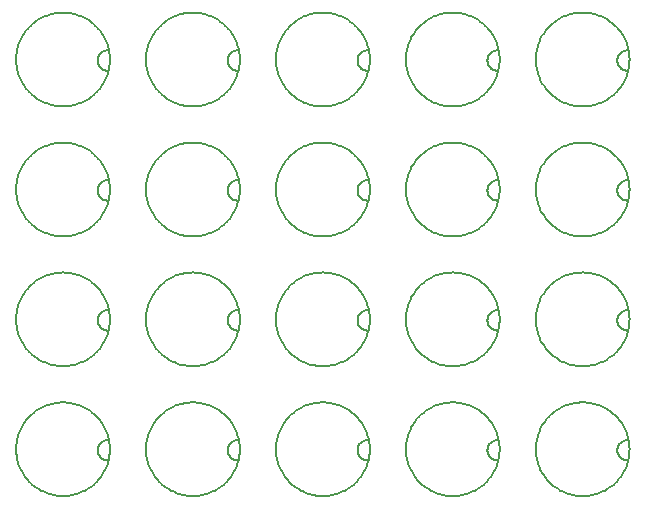
<source format=gbr>
G04 EasyPC Gerber Version 20.0.2 Build 4112 *
%FSLAX35Y35*%
%MOIN*%
%ADD15C,0.00500*%
X0Y0D02*
D02*
D15*
X30865Y18994D02*
X30539Y18978D01*
X30215Y18932*
X29897Y18855*
X29588Y18748*
X29291Y18612*
X29008Y18448*
X28742Y18259*
X28494Y18044*
X28269Y17808*
X28067Y17551*
X27890Y17276*
X27741Y16985*
X27619Y16681*
X27527Y16368*
X27465Y16047*
X27434Y15721*
Y15394*
X27465Y15069*
X27527Y14748*
X27619Y14434*
X27741Y14131*
X27890Y13840*
X28067Y13565*
X28269Y13308*
X28494Y13071*
X28742Y12857*
X29008Y12667*
X29291Y12504*
X29588Y12368*
X29897Y12261*
X30215Y12184*
X30539Y12137*
X30865Y12121*
Y62301D02*
X30539Y62285D01*
X30215Y62239*
X29897Y62162*
X29588Y62055*
X29291Y61919*
X29008Y61756*
X28742Y61566*
X28494Y61352*
X28269Y61115*
X28067Y60858*
X27890Y60583*
X27741Y60292*
X27619Y59989*
X27527Y59675*
X27465Y59354*
X27434Y59028*
Y58702*
X27465Y58376*
X27527Y58055*
X27619Y57741*
X27741Y57438*
X27890Y57147*
X28067Y56872*
X28269Y56615*
X28494Y56378*
X28742Y56164*
X29008Y55974*
X29291Y55811*
X29588Y55675*
X29897Y55568*
X30215Y55491*
X30539Y55444*
X30865Y55428*
Y105608D02*
X30539Y105593D01*
X30215Y105546*
X29897Y105469*
X29588Y105362*
X29291Y105226*
X29008Y105063*
X28742Y104873*
X28494Y104659*
X28269Y104422*
X28067Y104165*
X27890Y103890*
X27741Y103599*
X27619Y103296*
X27527Y102982*
X27465Y102661*
X27434Y102335*
Y102009*
X27465Y101683*
X27527Y101362*
X27619Y101048*
X27741Y100745*
X27890Y100454*
X28067Y100179*
X28269Y99922*
X28494Y99685*
X28742Y99471*
X29008Y99281*
X29291Y99118*
X29588Y98982*
X29897Y98875*
X30215Y98798*
X30539Y98752*
X30865Y98735*
Y148915D02*
X30539Y148900D01*
X30215Y148853*
X29897Y148776*
X29588Y148669*
X29291Y148533*
X29008Y148370*
X28742Y148180*
X28494Y147966*
X28269Y147729*
X28067Y147472*
X27890Y147197*
X27741Y146906*
X27619Y146603*
X27527Y146289*
X27465Y145968*
X27434Y145643*
Y145316*
X27465Y144990*
X27527Y144669*
X27619Y144356*
X27741Y144052*
X27890Y143761*
X28067Y143486*
X28269Y143229*
X28494Y142993*
X28742Y142778*
X29008Y142589*
X29291Y142425*
X29588Y142289*
X29897Y142182*
X30215Y142105*
X30539Y142059*
X30865Y142043*
X31490Y15870D02*
X31474Y15169D01*
X31427Y14470*
X31349Y13774*
X31239Y13081*
X31099Y12395*
X30928Y11715*
X30726Y11044*
X30494Y10383*
X30233Y9732*
X29944Y9094*
X29626Y8470*
X29280Y7860*
X28907Y7267*
X28508Y6691*
X28083Y6133*
X27634Y5595*
X27161Y5078*
X26666Y4582*
X26149Y4109*
X25611Y3660*
X25054Y3235*
X24478Y2836*
X23884Y2463*
X23275Y2117*
X22650Y1799*
X22012Y1509*
X21362Y1248*
X20700Y1016*
X20029Y815*
X19350Y643*
X18663Y502*
X17971Y393*
X17274Y314*
X16575Y267*
X15874Y251*
X15174Y266*
X14474Y313*
X13778Y391*
X13086Y501*
X12399Y641*
X11720Y812*
X11048Y1013*
X10387Y1244*
X9737Y1505*
X9098Y1795*
X8474Y2113*
X7864Y2459*
X7270Y2831*
X6694Y3230*
X6136Y3654*
X5598Y4103*
X5081Y4576*
X4585Y5071*
X4112Y5588*
X3663Y6126*
X3238Y6683*
X2839Y7259*
X2465Y7852*
X2119Y8462*
X1801Y9086*
X1511Y9724*
X1249Y10374*
X1017Y11036*
X815Y11707*
X644Y12387*
X503Y13073*
X393Y13765*
X314Y14462*
X267Y15161*
X250Y15870*
X266Y16571*
X313Y17270*
X391Y17967*
X501Y18659*
X641Y19345*
X813Y20025*
X1014Y20696*
X1246Y21357*
X1507Y22008*
X1796Y22646*
X2115Y23270*
X2460Y23880*
X2833Y24473*
X3232Y25049*
X3657Y25607*
X4106Y26145*
X4579Y26662*
X5074Y27158*
X5591Y27631*
X6129Y28080*
X6687Y28505*
X7263Y28904*
X7856Y29277*
X8465Y29623*
X9090Y29941*
X9728Y30231*
X10378Y30493*
X11040Y30724*
X11711Y30926*
X12391Y31097*
X13077Y31238*
X13769Y31348*
X14466Y31426*
X15165Y31474*
X15866Y31489*
X16567Y31474*
X17266Y31427*
X17962Y31349*
X18654Y31239*
X19341Y31099*
X20020Y30928*
X20692Y30727*
X21353Y30496*
X22004Y30235*
X22642Y29945*
X23266Y29627*
X23876Y29281*
X24470Y28909*
X25046Y28510*
X25604Y28086*
X26142Y27637*
X26659Y27165*
X27155Y26669*
X27628Y26152*
X28078Y25615*
X28502Y25057*
X28902Y24481*
X29275Y23888*
X29621Y23278*
X29939Y22654*
X30230Y22016*
X30491Y21366*
X30723Y20704*
X30925Y20033*
X31096Y19354*
X31237Y18667*
X31347Y17975*
X31426Y17278*
X31474Y16579*
X31490Y15870*
Y59177D02*
X31474Y58476D01*
X31427Y57777*
X31349Y57081*
X31239Y56389*
X31099Y55702*
X30928Y55022*
X30726Y54351*
X30494Y53690*
X30233Y53039*
X29944Y52401*
X29626Y51777*
X29280Y51167*
X28907Y50574*
X28508Y49998*
X28083Y49441*
X27634Y48902*
X27161Y48385*
X26666Y47889*
X26149Y47417*
X25611Y46967*
X25054Y46543*
X24478Y46143*
X23884Y45770*
X23275Y45424*
X22650Y45106*
X22012Y44816*
X21362Y44555*
X20700Y44323*
X20029Y44122*
X19350Y43950*
X18663Y43809*
X17971Y43700*
X17274Y43621*
X16575Y43574*
X15874Y43558*
X15174Y43573*
X14474Y43620*
X13778Y43698*
X13086Y43808*
X12399Y43948*
X11720Y44119*
X11048Y44320*
X10387Y44552*
X9737Y44812*
X9098Y45102*
X8474Y45420*
X7864Y45766*
X7270Y46138*
X6694Y46537*
X6136Y46961*
X5598Y47410*
X5081Y47883*
X4585Y48378*
X4112Y48895*
X3663Y49433*
X3238Y49990*
X2839Y50566*
X2465Y51159*
X2119Y51769*
X1801Y52393*
X1511Y53031*
X1249Y53681*
X1017Y54343*
X815Y55014*
X644Y55694*
X503Y56380*
X393Y57072*
X314Y57769*
X267Y58468*
X250Y59177*
X266Y59878*
X313Y60577*
X391Y61274*
X501Y61966*
X641Y62652*
X813Y63332*
X1014Y64003*
X1246Y64665*
X1507Y65315*
X1796Y65953*
X2115Y66578*
X2460Y67187*
X2833Y67780*
X3232Y68356*
X3657Y68914*
X4106Y69452*
X4579Y69969*
X5074Y70465*
X5591Y70938*
X6129Y71387*
X6687Y71812*
X7263Y72211*
X7856Y72584*
X8465Y72930*
X9090Y73248*
X9728Y73539*
X10378Y73800*
X11040Y74031*
X11711Y74233*
X12391Y74404*
X13077Y74545*
X13769Y74655*
X14466Y74733*
X15165Y74781*
X15866Y74796*
X16567Y74781*
X17266Y74734*
X17962Y74656*
X18654Y74546*
X19341Y74406*
X20020Y74235*
X20692Y74034*
X21353Y73803*
X22004Y73542*
X22642Y73252*
X23266Y72934*
X23876Y72589*
X24470Y72216*
X25046Y71817*
X25604Y71393*
X26142Y70944*
X26659Y70472*
X27155Y69976*
X27628Y69459*
X28078Y68922*
X28502Y68364*
X28902Y67788*
X29275Y67195*
X29621Y66585*
X29939Y65961*
X30230Y65323*
X30491Y64673*
X30723Y64011*
X30925Y63340*
X31096Y62661*
X31237Y61974*
X31347Y61282*
X31426Y60585*
X31474Y59886*
X31490Y59177*
Y102484D02*
X31474Y101783D01*
X31427Y101084*
X31349Y100388*
X31239Y99696*
X31099Y99009*
X30928Y98330*
X30726Y97658*
X30494Y96997*
X30233Y96346*
X29944Y95708*
X29626Y95084*
X29280Y94474*
X28907Y93881*
X28508Y93305*
X28083Y92748*
X27634Y92209*
X27161Y91692*
X26666Y91196*
X26149Y90724*
X25611Y90274*
X25054Y89850*
X24478Y89450*
X23884Y89078*
X23275Y88731*
X22650Y88413*
X22012Y88123*
X21362Y87862*
X20700Y87630*
X20029Y87429*
X19350Y87257*
X18663Y87117*
X17971Y87007*
X17274Y86928*
X16575Y86881*
X15874Y86865*
X15174Y86880*
X14474Y86927*
X13778Y87006*
X13086Y87115*
X12399Y87256*
X11720Y87426*
X11048Y87628*
X10387Y87859*
X9737Y88119*
X9098Y88409*
X8474Y88727*
X7864Y89073*
X7270Y89445*
X6694Y89844*
X6136Y90269*
X5598Y90717*
X5081Y91190*
X4585Y91685*
X4112Y92202*
X3663Y92740*
X3238Y93297*
X2839Y93873*
X2465Y94467*
X2119Y95076*
X1801Y95700*
X1511Y96338*
X1249Y96989*
X1017Y97650*
X815Y98321*
X644Y99001*
X503Y99687*
X393Y100380*
X314Y101076*
X267Y101775*
X250Y102484*
X266Y103185*
X313Y103884*
X391Y104581*
X501Y105273*
X641Y105959*
X813Y106639*
X1014Y107310*
X1246Y107972*
X1507Y108622*
X1796Y109260*
X2115Y109885*
X2460Y110494*
X2833Y111087*
X3232Y111663*
X3657Y112221*
X4106Y112759*
X4579Y113276*
X5074Y113772*
X5591Y114245*
X6129Y114694*
X6687Y115119*
X7263Y115518*
X7856Y115891*
X8465Y116237*
X9090Y116556*
X9728Y116846*
X10378Y117107*
X11040Y117338*
X11711Y117540*
X12391Y117711*
X13077Y117852*
X13769Y117962*
X14466Y118041*
X15165Y118088*
X15866Y118104*
X16567Y118088*
X17266Y118041*
X17962Y117963*
X18654Y117854*
X19341Y117713*
X20020Y117542*
X20692Y117341*
X21353Y117110*
X22004Y116849*
X22642Y116559*
X23266Y116241*
X23876Y115896*
X24470Y115523*
X25046Y115124*
X25604Y114700*
X26142Y114251*
X26659Y113779*
X27155Y113283*
X27628Y112767*
X28078Y112229*
X28502Y111671*
X28902Y111095*
X29275Y110502*
X29621Y109893*
X29939Y109268*
X30230Y108630*
X30491Y107980*
X30723Y107319*
X30925Y106647*
X31096Y105968*
X31237Y105281*
X31347Y104589*
X31426Y103893*
X31474Y103193*
X31490Y102484*
Y145791D02*
X31474Y145091D01*
X31427Y144391*
X31349Y143695*
X31239Y143003*
X31099Y142316*
X30928Y141637*
X30726Y140965*
X30494Y140304*
X30233Y139654*
X29944Y139015*
X29626Y138391*
X29280Y137781*
X28907Y137188*
X28508Y136612*
X28083Y136055*
X27634Y135517*
X27161Y134999*
X26666Y134504*
X26149Y134031*
X25611Y133581*
X25054Y133157*
X24478Y132757*
X23884Y132385*
X23275Y132039*
X22650Y131720*
X22012Y131430*
X21362Y131169*
X20700Y130937*
X20029Y130736*
X19350Y130565*
X18663Y130424*
X17971Y130314*
X17274Y130235*
X16575Y130188*
X15874Y130172*
X15174Y130187*
X14474Y130234*
X13778Y130313*
X13086Y130422*
X12399Y130563*
X11720Y130733*
X11048Y130935*
X10387Y131166*
X9737Y131426*
X9098Y131716*
X8474Y132034*
X7864Y132380*
X7270Y132752*
X6694Y133151*
X6136Y133576*
X5598Y134024*
X5081Y134497*
X4585Y134992*
X4112Y135509*
X3663Y136047*
X3238Y136604*
X2839Y137180*
X2465Y137774*
X2119Y138383*
X1801Y139007*
X1511Y139645*
X1249Y140296*
X1017Y140957*
X815Y141628*
X644Y142308*
X503Y142994*
X393Y143687*
X314Y144383*
X267Y145082*
X250Y145791*
X266Y146492*
X313Y147191*
X391Y147888*
X501Y148580*
X641Y149267*
X813Y149946*
X1014Y150617*
X1246Y151279*
X1507Y151929*
X1796Y152567*
X2115Y153192*
X2460Y153801*
X2833Y154394*
X3232Y154970*
X3657Y155528*
X4106Y156066*
X4579Y156583*
X5074Y157079*
X5591Y157552*
X6129Y158001*
X6687Y158426*
X7263Y158825*
X7856Y159198*
X8465Y159544*
X9090Y159863*
X9728Y160153*
X10378Y160414*
X11040Y160645*
X11711Y160847*
X12391Y161018*
X13077Y161159*
X13769Y161269*
X14466Y161348*
X15165Y161395*
X15866Y161411*
X16567Y161395*
X17266Y161348*
X17962Y161270*
X18654Y161161*
X19341Y161020*
X20020Y160849*
X20692Y160648*
X21353Y160417*
X22004Y160156*
X22642Y159867*
X23266Y159548*
X23876Y159203*
X24470Y158830*
X25046Y158431*
X25604Y158007*
X26142Y157558*
X26659Y157086*
X27155Y156591*
X27628Y156074*
X28078Y155536*
X28502Y154978*
X28902Y154402*
X29275Y153809*
X29621Y153200*
X29939Y152575*
X30230Y151937*
X30491Y151287*
X30723Y150626*
X30925Y149954*
X31096Y149275*
X31237Y148588*
X31347Y147896*
X31426Y147200*
X31474Y146500*
X31490Y145791*
X74172Y18994D02*
X73846Y18978D01*
X73522Y18932*
X73204Y18855*
X72895Y18748*
X72598Y18612*
X72315Y18448*
X72049Y18259*
X71802Y18044*
X71576Y17808*
X71374Y17551*
X71197Y17276*
X71048Y16985*
X70926Y16681*
X70834Y16368*
X70772Y16047*
X70741Y15721*
Y15394*
X70772Y15069*
X70834Y14748*
X70926Y14434*
X71048Y14131*
X71197Y13840*
X71374Y13565*
X71576Y13308*
X71802Y13071*
X72049Y12857*
X72315Y12667*
X72598Y12504*
X72895Y12368*
X73204Y12261*
X73522Y12184*
X73846Y12137*
X74172Y12121*
Y62301D02*
X73846Y62285D01*
X73522Y62239*
X73204Y62162*
X72895Y62055*
X72598Y61919*
X72315Y61756*
X72049Y61566*
X71802Y61352*
X71576Y61115*
X71374Y60858*
X71197Y60583*
X71048Y60292*
X70926Y59989*
X70834Y59675*
X70772Y59354*
X70741Y59028*
Y58702*
X70772Y58376*
X70834Y58055*
X70926Y57741*
X71048Y57438*
X71197Y57147*
X71374Y56872*
X71576Y56615*
X71802Y56378*
X72049Y56164*
X72315Y55974*
X72598Y55811*
X72895Y55675*
X73204Y55568*
X73522Y55491*
X73846Y55444*
X74172Y55428*
Y105608D02*
X73846Y105593D01*
X73522Y105546*
X73204Y105469*
X72895Y105362*
X72598Y105226*
X72315Y105063*
X72049Y104873*
X71802Y104659*
X71576Y104422*
X71374Y104165*
X71197Y103890*
X71048Y103599*
X70926Y103296*
X70834Y102982*
X70772Y102661*
X70741Y102335*
Y102009*
X70772Y101683*
X70834Y101362*
X70926Y101048*
X71048Y100745*
X71197Y100454*
X71374Y100179*
X71576Y99922*
X71802Y99685*
X72049Y99471*
X72315Y99281*
X72598Y99118*
X72895Y98982*
X73204Y98875*
X73522Y98798*
X73846Y98752*
X74172Y98735*
Y148915D02*
X73846Y148900D01*
X73522Y148853*
X73204Y148776*
X72895Y148669*
X72598Y148533*
X72315Y148370*
X72049Y148180*
X71802Y147966*
X71576Y147729*
X71374Y147472*
X71197Y147197*
X71048Y146906*
X70926Y146603*
X70834Y146289*
X70772Y145968*
X70741Y145643*
Y145316*
X70772Y144990*
X70834Y144669*
X70926Y144356*
X71048Y144052*
X71197Y143761*
X71374Y143486*
X71576Y143229*
X71802Y142993*
X72049Y142778*
X72315Y142589*
X72598Y142425*
X72895Y142289*
X73204Y142182*
X73522Y142105*
X73846Y142059*
X74172Y142043*
X74797Y15870D02*
X74781Y15169D01*
X74734Y14470*
X74656Y13774*
X74546Y13081*
X74406Y12395*
X74235Y11715*
X74033Y11044*
X73802Y10383*
X73541Y9732*
X73251Y9094*
X72933Y8470*
X72587Y7860*
X72214Y7267*
X71815Y6691*
X71391Y6133*
X70941Y5595*
X70469Y5078*
X69973Y4582*
X69456Y4109*
X68918Y3660*
X68361Y3235*
X67785Y2836*
X67191Y2463*
X66582Y2117*
X65957Y1799*
X65319Y1509*
X64669Y1248*
X64007Y1016*
X63336Y815*
X62657Y643*
X61970Y502*
X61278Y393*
X60581Y314*
X59882Y267*
X59181Y251*
X58481Y266*
X57781Y313*
X57085Y391*
X56393Y501*
X55706Y641*
X55027Y812*
X54356Y1013*
X53694Y1244*
X53044Y1505*
X52406Y1795*
X51781Y2113*
X51171Y2459*
X50578Y2831*
X50001Y3230*
X49443Y3654*
X48905Y4103*
X48388Y4576*
X47892Y5071*
X47419Y5588*
X46970Y6126*
X46545Y6683*
X46146Y7259*
X45772Y7852*
X45426Y8462*
X45108Y9086*
X44818Y9724*
X44556Y10374*
X44324Y11036*
X44122Y11707*
X43951Y12387*
X43810Y13073*
X43700Y13765*
X43621Y14462*
X43574Y15161*
X43557Y15870*
X43573Y16571*
X43620Y17270*
X43698Y17967*
X43808Y18659*
X43948Y19345*
X44120Y20025*
X44321Y20696*
X44553Y21357*
X44814Y22008*
X45104Y22646*
X45422Y23270*
X45767Y23880*
X46140Y24473*
X46539Y25049*
X46964Y25607*
X47413Y26145*
X47886Y26662*
X48381Y27158*
X48898Y27631*
X49436Y28080*
X49994Y28505*
X50570Y28904*
X51163Y29277*
X51772Y29623*
X52397Y29941*
X53035Y30231*
X53685Y30493*
X54347Y30724*
X55018Y30926*
X55698Y31097*
X56384Y31238*
X57076Y31348*
X57773Y31426*
X58472Y31474*
X59173Y31489*
X59874Y31474*
X60573Y31427*
X61269Y31349*
X61961Y31239*
X62648Y31099*
X63328Y30928*
X63999Y30727*
X64660Y30496*
X65311Y30235*
X65949Y29945*
X66573Y29627*
X67183Y29281*
X67777Y28909*
X68353Y28510*
X68911Y28086*
X69449Y27637*
X69967Y27165*
X70462Y26669*
X70935Y26152*
X71385Y25615*
X71809Y25057*
X72209Y24481*
X72582Y23888*
X72928Y23278*
X73246Y22654*
X73537Y22016*
X73798Y21366*
X74030Y20704*
X74232Y20033*
X74404Y19354*
X74544Y18667*
X74654Y17975*
X74733Y17278*
X74781Y16579*
X74797Y15870*
Y59177D02*
X74781Y58476D01*
X74734Y57777*
X74656Y57081*
X74546Y56389*
X74406Y55702*
X74235Y55022*
X74033Y54351*
X73802Y53690*
X73541Y53039*
X73251Y52401*
X72933Y51777*
X72587Y51167*
X72214Y50574*
X71815Y49998*
X71391Y49441*
X70941Y48902*
X70469Y48385*
X69973Y47889*
X69456Y47417*
X68918Y46967*
X68361Y46543*
X67785Y46143*
X67191Y45770*
X66582Y45424*
X65957Y45106*
X65319Y44816*
X64669Y44555*
X64007Y44323*
X63336Y44122*
X62657Y43950*
X61970Y43809*
X61278Y43700*
X60581Y43621*
X59882Y43574*
X59181Y43558*
X58481Y43573*
X57781Y43620*
X57085Y43698*
X56393Y43808*
X55706Y43948*
X55027Y44119*
X54356Y44320*
X53694Y44552*
X53044Y44812*
X52406Y45102*
X51781Y45420*
X51171Y45766*
X50578Y46138*
X50001Y46537*
X49443Y46961*
X48905Y47410*
X48388Y47883*
X47892Y48378*
X47419Y48895*
X46970Y49433*
X46545Y49990*
X46146Y50566*
X45772Y51159*
X45426Y51769*
X45108Y52393*
X44818Y53031*
X44556Y53681*
X44324Y54343*
X44122Y55014*
X43951Y55694*
X43810Y56380*
X43700Y57072*
X43621Y57769*
X43574Y58468*
X43557Y59177*
X43573Y59878*
X43620Y60577*
X43698Y61274*
X43808Y61966*
X43948Y62652*
X44120Y63332*
X44321Y64003*
X44553Y64665*
X44814Y65315*
X45104Y65953*
X45422Y66578*
X45767Y67187*
X46140Y67780*
X46539Y68356*
X46964Y68914*
X47413Y69452*
X47886Y69969*
X48381Y70465*
X48898Y70938*
X49436Y71387*
X49994Y71812*
X50570Y72211*
X51163Y72584*
X51772Y72930*
X52397Y73248*
X53035Y73539*
X53685Y73800*
X54347Y74031*
X55018Y74233*
X55698Y74404*
X56384Y74545*
X57076Y74655*
X57773Y74733*
X58472Y74781*
X59173Y74796*
X59874Y74781*
X60573Y74734*
X61269Y74656*
X61961Y74546*
X62648Y74406*
X63328Y74235*
X63999Y74034*
X64660Y73803*
X65311Y73542*
X65949Y73252*
X66573Y72934*
X67183Y72589*
X67777Y72216*
X68353Y71817*
X68911Y71393*
X69449Y70944*
X69967Y70472*
X70462Y69976*
X70935Y69459*
X71385Y68922*
X71809Y68364*
X72209Y67788*
X72582Y67195*
X72928Y66585*
X73246Y65961*
X73537Y65323*
X73798Y64673*
X74030Y64011*
X74232Y63340*
X74404Y62661*
X74544Y61974*
X74654Y61282*
X74733Y60585*
X74781Y59886*
X74797Y59177*
Y102484D02*
X74781Y101783D01*
X74734Y101084*
X74656Y100388*
X74546Y99696*
X74406Y99009*
X74235Y98330*
X74033Y97658*
X73802Y96997*
X73541Y96346*
X73251Y95708*
X72933Y95084*
X72587Y94474*
X72214Y93881*
X71815Y93305*
X71391Y92748*
X70941Y92209*
X70469Y91692*
X69973Y91196*
X69456Y90724*
X68918Y90274*
X68361Y89850*
X67785Y89450*
X67191Y89078*
X66582Y88731*
X65957Y88413*
X65319Y88123*
X64669Y87862*
X64007Y87630*
X63336Y87429*
X62657Y87257*
X61970Y87117*
X61278Y87007*
X60581Y86928*
X59882Y86881*
X59181Y86865*
X58481Y86880*
X57781Y86927*
X57085Y87006*
X56393Y87115*
X55706Y87256*
X55027Y87426*
X54356Y87628*
X53694Y87859*
X53044Y88119*
X52406Y88409*
X51781Y88727*
X51171Y89073*
X50578Y89445*
X50001Y89844*
X49443Y90269*
X48905Y90717*
X48388Y91190*
X47892Y91685*
X47419Y92202*
X46970Y92740*
X46545Y93297*
X46146Y93873*
X45772Y94467*
X45426Y95076*
X45108Y95700*
X44818Y96338*
X44556Y96989*
X44324Y97650*
X44122Y98321*
X43951Y99001*
X43810Y99687*
X43700Y100380*
X43621Y101076*
X43574Y101775*
X43557Y102484*
X43573Y103185*
X43620Y103884*
X43698Y104581*
X43808Y105273*
X43948Y105959*
X44120Y106639*
X44321Y107310*
X44553Y107972*
X44814Y108622*
X45104Y109260*
X45422Y109885*
X45767Y110494*
X46140Y111087*
X46539Y111663*
X46964Y112221*
X47413Y112759*
X47886Y113276*
X48381Y113772*
X48898Y114245*
X49436Y114694*
X49994Y115119*
X50570Y115518*
X51163Y115891*
X51772Y116237*
X52397Y116556*
X53035Y116846*
X53685Y117107*
X54347Y117338*
X55018Y117540*
X55698Y117711*
X56384Y117852*
X57076Y117962*
X57773Y118041*
X58472Y118088*
X59173Y118104*
X59874Y118088*
X60573Y118041*
X61269Y117963*
X61961Y117854*
X62648Y117713*
X63328Y117542*
X63999Y117341*
X64660Y117110*
X65311Y116849*
X65949Y116559*
X66573Y116241*
X67183Y115896*
X67777Y115523*
X68353Y115124*
X68911Y114700*
X69449Y114251*
X69967Y113779*
X70462Y113283*
X70935Y112767*
X71385Y112229*
X71809Y111671*
X72209Y111095*
X72582Y110502*
X72928Y109893*
X73246Y109268*
X73537Y108630*
X73798Y107980*
X74030Y107319*
X74232Y106647*
X74404Y105968*
X74544Y105281*
X74654Y104589*
X74733Y103893*
X74781Y103193*
X74797Y102484*
Y145791D02*
X74781Y145091D01*
X74734Y144391*
X74656Y143695*
X74546Y143003*
X74406Y142316*
X74235Y141637*
X74033Y140965*
X73802Y140304*
X73541Y139654*
X73251Y139015*
X72933Y138391*
X72587Y137781*
X72214Y137188*
X71815Y136612*
X71391Y136055*
X70941Y135517*
X70469Y134999*
X69973Y134504*
X69456Y134031*
X68918Y133581*
X68361Y133157*
X67785Y132757*
X67191Y132385*
X66582Y132039*
X65957Y131720*
X65319Y131430*
X64669Y131169*
X64007Y130937*
X63336Y130736*
X62657Y130565*
X61970Y130424*
X61278Y130314*
X60581Y130235*
X59882Y130188*
X59181Y130172*
X58481Y130187*
X57781Y130234*
X57085Y130313*
X56393Y130422*
X55706Y130563*
X55027Y130733*
X54356Y130935*
X53694Y131166*
X53044Y131426*
X52406Y131716*
X51781Y132034*
X51171Y132380*
X50578Y132752*
X50001Y133151*
X49443Y133576*
X48905Y134024*
X48388Y134497*
X47892Y134992*
X47419Y135509*
X46970Y136047*
X46545Y136604*
X46146Y137180*
X45772Y137774*
X45426Y138383*
X45108Y139007*
X44818Y139645*
X44556Y140296*
X44324Y140957*
X44122Y141628*
X43951Y142308*
X43810Y142994*
X43700Y143687*
X43621Y144383*
X43574Y145082*
X43557Y145791*
X43573Y146492*
X43620Y147191*
X43698Y147888*
X43808Y148580*
X43948Y149267*
X44120Y149946*
X44321Y150617*
X44553Y151279*
X44814Y151929*
X45104Y152567*
X45422Y153192*
X45767Y153801*
X46140Y154394*
X46539Y154970*
X46964Y155528*
X47413Y156066*
X47886Y156583*
X48381Y157079*
X48898Y157552*
X49436Y158001*
X49994Y158426*
X50570Y158825*
X51163Y159198*
X51772Y159544*
X52397Y159863*
X53035Y160153*
X53685Y160414*
X54347Y160645*
X55018Y160847*
X55698Y161018*
X56384Y161159*
X57076Y161269*
X57773Y161348*
X58472Y161395*
X59173Y161411*
X59874Y161395*
X60573Y161348*
X61269Y161270*
X61961Y161161*
X62648Y161020*
X63328Y160849*
X63999Y160648*
X64660Y160417*
X65311Y160156*
X65949Y159867*
X66573Y159548*
X67183Y159203*
X67777Y158830*
X68353Y158431*
X68911Y158007*
X69449Y157558*
X69967Y157086*
X70462Y156591*
X70935Y156074*
X71385Y155536*
X71809Y154978*
X72209Y154402*
X72582Y153809*
X72928Y153200*
X73246Y152575*
X73537Y151937*
X73798Y151287*
X74030Y150626*
X74232Y149954*
X74404Y149275*
X74544Y148588*
X74654Y147896*
X74733Y147200*
X74781Y146500*
X74797Y145791*
X117480Y18994D02*
X117153Y18978D01*
X116829Y18932*
X116511Y18855*
X116202Y18748*
X115905Y18612*
X115622Y18448*
X115356Y18259*
X115109Y18044*
X114883Y17808*
X114681Y17551*
X114504Y17276*
X114355Y16985*
X114233Y16681*
X114141Y16368*
X114079Y16047*
X114048Y15721*
Y15394*
X114079Y15069*
X114141Y14748*
X114233Y14434*
X114355Y14131*
X114504Y13840*
X114681Y13565*
X114883Y13308*
X115109Y13071*
X115356Y12857*
X115622Y12667*
X115905Y12504*
X116202Y12368*
X116511Y12261*
X116829Y12184*
X117153Y12137*
X117480Y12121*
Y62301D02*
X117153Y62285D01*
X116829Y62239*
X116511Y62162*
X116202Y62055*
X115905Y61919*
X115622Y61756*
X115356Y61566*
X115109Y61352*
X114883Y61115*
X114681Y60858*
X114504Y60583*
X114355Y60292*
X114233Y59989*
X114141Y59675*
X114079Y59354*
X114048Y59028*
Y58702*
X114079Y58376*
X114141Y58055*
X114233Y57741*
X114355Y57438*
X114504Y57147*
X114681Y56872*
X114883Y56615*
X115109Y56378*
X115356Y56164*
X115622Y55974*
X115905Y55811*
X116202Y55675*
X116511Y55568*
X116829Y55491*
X117153Y55444*
X117480Y55428*
Y105608D02*
X117153Y105593D01*
X116829Y105546*
X116511Y105469*
X116202Y105362*
X115905Y105226*
X115622Y105063*
X115356Y104873*
X115109Y104659*
X114883Y104422*
X114681Y104165*
X114504Y103890*
X114355Y103599*
X114233Y103296*
X114141Y102982*
X114079Y102661*
X114048Y102335*
Y102009*
X114079Y101683*
X114141Y101362*
X114233Y101048*
X114355Y100745*
X114504Y100454*
X114681Y100179*
X114883Y99922*
X115109Y99685*
X115356Y99471*
X115622Y99281*
X115905Y99118*
X116202Y98982*
X116511Y98875*
X116829Y98798*
X117153Y98752*
X117480Y98735*
Y148915D02*
X117153Y148900D01*
X116829Y148853*
X116511Y148776*
X116202Y148669*
X115905Y148533*
X115622Y148370*
X115356Y148180*
X115109Y147966*
X114883Y147729*
X114681Y147472*
X114504Y147197*
X114355Y146906*
X114233Y146603*
X114141Y146289*
X114079Y145968*
X114048Y145643*
Y145316*
X114079Y144990*
X114141Y144669*
X114233Y144356*
X114355Y144052*
X114504Y143761*
X114681Y143486*
X114883Y143229*
X115109Y142993*
X115356Y142778*
X115622Y142589*
X115905Y142425*
X116202Y142289*
X116511Y142182*
X116829Y142105*
X117153Y142059*
X117480Y142043*
X118104Y15870D02*
X118089Y15169D01*
X118041Y14470*
X117963Y13774*
X117854Y13081*
X117713Y12395*
X117542Y11715*
X117340Y11044*
X117109Y10383*
X116848Y9732*
X116558Y9094*
X116240Y8470*
X115894Y7860*
X115521Y7267*
X115122Y6691*
X114698Y6133*
X114248Y5595*
X113776Y5078*
X113280Y4582*
X112763Y4109*
X112225Y3660*
X111668Y3235*
X111092Y2836*
X110498Y2463*
X109889Y2117*
X109265Y1799*
X108626Y1509*
X107976Y1248*
X107315Y1016*
X106643Y815*
X105964Y643*
X105277Y502*
X104585Y393*
X103889Y314*
X103189Y267*
X102489Y251*
X101788Y266*
X101089Y313*
X100392Y391*
X99700Y501*
X99013Y641*
X98334Y812*
X97663Y1013*
X97001Y1244*
X96351Y1505*
X95713Y1795*
X95088Y2113*
X94478Y2459*
X93885Y2831*
X93308Y3230*
X92750Y3654*
X92212Y4103*
X91695Y4576*
X91199Y5071*
X90726Y5588*
X90277Y6126*
X89852Y6683*
X89453Y7259*
X89080Y7852*
X88733Y8462*
X88415Y9086*
X88125Y9724*
X87863Y10374*
X87631Y11036*
X87430Y11707*
X87258Y12387*
X87117Y13073*
X87007Y13765*
X86928Y14462*
X86881Y15161*
X86864Y15870*
X86880Y16571*
X86927Y17270*
X87006Y17967*
X87115Y18659*
X87256Y19345*
X87427Y20025*
X87628Y20696*
X87860Y21357*
X88121Y22008*
X88411Y22646*
X88729Y23270*
X89074Y23880*
X89447Y24473*
X89846Y25049*
X90271Y25607*
X90720Y26145*
X91193Y26662*
X91688Y27158*
X92206Y27631*
X92743Y28080*
X93301Y28505*
X93877Y28904*
X94470Y29277*
X95080Y29623*
X95704Y29941*
X96342Y30231*
X96993Y30493*
X97654Y30724*
X98325Y30926*
X99005Y31097*
X99691Y31238*
X100383Y31348*
X101080Y31426*
X101779Y31474*
X102480Y31489*
X103181Y31474*
X103880Y31427*
X104576Y31349*
X105269Y31239*
X105955Y31099*
X106635Y30928*
X107306Y30727*
X107967Y30496*
X108618Y30235*
X109256Y29945*
X109880Y29627*
X110490Y29281*
X111084Y28909*
X111660Y28510*
X112218Y28086*
X112756Y27637*
X113274Y27165*
X113769Y26669*
X114243Y26152*
X114692Y25615*
X115117Y25057*
X115516Y24481*
X115889Y23888*
X116235Y23278*
X116554Y22654*
X116844Y22016*
X117105Y21366*
X117337Y20704*
X117539Y20033*
X117711Y19354*
X117852Y18667*
X117961Y17975*
X118040Y17278*
X118088Y16579*
X118104Y15870*
Y59177D02*
X118089Y58476D01*
X118041Y57777*
X117963Y57081*
X117854Y56389*
X117713Y55702*
X117542Y55022*
X117340Y54351*
X117109Y53690*
X116848Y53039*
X116558Y52401*
X116240Y51777*
X115894Y51167*
X115521Y50574*
X115122Y49998*
X114698Y49441*
X114248Y48902*
X113776Y48385*
X113280Y47889*
X112763Y47417*
X112225Y46967*
X111668Y46543*
X111092Y46143*
X110498Y45770*
X109889Y45424*
X109265Y45106*
X108626Y44816*
X107976Y44555*
X107315Y44323*
X106643Y44122*
X105964Y43950*
X105277Y43809*
X104585Y43700*
X103889Y43621*
X103189Y43574*
X102489Y43558*
X101788Y43573*
X101089Y43620*
X100392Y43698*
X99700Y43808*
X99013Y43948*
X98334Y44119*
X97663Y44320*
X97001Y44552*
X96351Y44812*
X95713Y45102*
X95088Y45420*
X94478Y45766*
X93885Y46138*
X93308Y46537*
X92750Y46961*
X92212Y47410*
X91695Y47883*
X91199Y48378*
X90726Y48895*
X90277Y49433*
X89852Y49990*
X89453Y50566*
X89080Y51159*
X88733Y51769*
X88415Y52393*
X88125Y53031*
X87863Y53681*
X87631Y54343*
X87430Y55014*
X87258Y55694*
X87117Y56380*
X87007Y57072*
X86928Y57769*
X86881Y58468*
X86864Y59177*
X86880Y59878*
X86927Y60577*
X87006Y61274*
X87115Y61966*
X87256Y62652*
X87427Y63332*
X87628Y64003*
X87860Y64665*
X88121Y65315*
X88411Y65953*
X88729Y66578*
X89074Y67187*
X89447Y67780*
X89846Y68356*
X90271Y68914*
X90720Y69452*
X91193Y69969*
X91688Y70465*
X92206Y70938*
X92743Y71387*
X93301Y71812*
X93877Y72211*
X94470Y72584*
X95080Y72930*
X95704Y73248*
X96342Y73539*
X96993Y73800*
X97654Y74031*
X98325Y74233*
X99005Y74404*
X99691Y74545*
X100383Y74655*
X101080Y74733*
X101779Y74781*
X102480Y74796*
X103181Y74781*
X103880Y74734*
X104576Y74656*
X105269Y74546*
X105955Y74406*
X106635Y74235*
X107306Y74034*
X107967Y73803*
X108618Y73542*
X109256Y73252*
X109880Y72934*
X110490Y72589*
X111084Y72216*
X111660Y71817*
X112218Y71393*
X112756Y70944*
X113274Y70472*
X113769Y69976*
X114243Y69459*
X114692Y68922*
X115117Y68364*
X115516Y67788*
X115889Y67195*
X116235Y66585*
X116554Y65961*
X116844Y65323*
X117105Y64673*
X117337Y64011*
X117539Y63340*
X117711Y62661*
X117852Y61974*
X117961Y61282*
X118040Y60585*
X118088Y59886*
X118104Y59177*
Y102484D02*
X118089Y101783D01*
X118041Y101084*
X117963Y100388*
X117854Y99696*
X117713Y99009*
X117542Y98330*
X117340Y97658*
X117109Y96997*
X116848Y96346*
X116558Y95708*
X116240Y95084*
X115894Y94474*
X115521Y93881*
X115122Y93305*
X114698Y92748*
X114248Y92209*
X113776Y91692*
X113280Y91196*
X112763Y90724*
X112225Y90274*
X111668Y89850*
X111092Y89450*
X110498Y89078*
X109889Y88731*
X109265Y88413*
X108626Y88123*
X107976Y87862*
X107315Y87630*
X106643Y87429*
X105964Y87257*
X105277Y87117*
X104585Y87007*
X103889Y86928*
X103189Y86881*
X102489Y86865*
X101788Y86880*
X101089Y86927*
X100392Y87006*
X99700Y87115*
X99013Y87256*
X98334Y87426*
X97663Y87628*
X97001Y87859*
X96351Y88119*
X95713Y88409*
X95088Y88727*
X94478Y89073*
X93885Y89445*
X93308Y89844*
X92750Y90269*
X92212Y90717*
X91695Y91190*
X91199Y91685*
X90726Y92202*
X90277Y92740*
X89852Y93297*
X89453Y93873*
X89080Y94467*
X88733Y95076*
X88415Y95700*
X88125Y96338*
X87863Y96989*
X87631Y97650*
X87430Y98321*
X87258Y99001*
X87117Y99687*
X87007Y100380*
X86928Y101076*
X86881Y101775*
X86864Y102484*
X86880Y103185*
X86927Y103884*
X87006Y104581*
X87115Y105273*
X87256Y105959*
X87427Y106639*
X87628Y107310*
X87860Y107972*
X88121Y108622*
X88411Y109260*
X88729Y109885*
X89074Y110494*
X89447Y111087*
X89846Y111663*
X90271Y112221*
X90720Y112759*
X91193Y113276*
X91688Y113772*
X92206Y114245*
X92743Y114694*
X93301Y115119*
X93877Y115518*
X94470Y115891*
X95080Y116237*
X95704Y116556*
X96342Y116846*
X96993Y117107*
X97654Y117338*
X98325Y117540*
X99005Y117711*
X99691Y117852*
X100383Y117962*
X101080Y118041*
X101779Y118088*
X102480Y118104*
X103181Y118088*
X103880Y118041*
X104576Y117963*
X105269Y117854*
X105955Y117713*
X106635Y117542*
X107306Y117341*
X107967Y117110*
X108618Y116849*
X109256Y116559*
X109880Y116241*
X110490Y115896*
X111084Y115523*
X111660Y115124*
X112218Y114700*
X112756Y114251*
X113274Y113779*
X113769Y113283*
X114243Y112767*
X114692Y112229*
X115117Y111671*
X115516Y111095*
X115889Y110502*
X116235Y109893*
X116554Y109268*
X116844Y108630*
X117105Y107980*
X117337Y107319*
X117539Y106647*
X117711Y105968*
X117852Y105281*
X117961Y104589*
X118040Y103893*
X118088Y103193*
X118104Y102484*
Y145791D02*
X118089Y145091D01*
X118041Y144391*
X117963Y143695*
X117854Y143003*
X117713Y142316*
X117542Y141637*
X117340Y140965*
X117109Y140304*
X116848Y139654*
X116558Y139015*
X116240Y138391*
X115894Y137781*
X115521Y137188*
X115122Y136612*
X114698Y136055*
X114248Y135517*
X113776Y134999*
X113280Y134504*
X112763Y134031*
X112225Y133581*
X111668Y133157*
X111092Y132757*
X110498Y132385*
X109889Y132039*
X109265Y131720*
X108626Y131430*
X107976Y131169*
X107315Y130937*
X106643Y130736*
X105964Y130565*
X105277Y130424*
X104585Y130314*
X103889Y130235*
X103189Y130188*
X102489Y130172*
X101788Y130187*
X101089Y130234*
X100392Y130313*
X99700Y130422*
X99013Y130563*
X98334Y130733*
X97663Y130935*
X97001Y131166*
X96351Y131426*
X95713Y131716*
X95088Y132034*
X94478Y132380*
X93885Y132752*
X93308Y133151*
X92750Y133576*
X92212Y134024*
X91695Y134497*
X91199Y134992*
X90726Y135509*
X90277Y136047*
X89852Y136604*
X89453Y137180*
X89080Y137774*
X88733Y138383*
X88415Y139007*
X88125Y139645*
X87863Y140296*
X87631Y140957*
X87430Y141628*
X87258Y142308*
X87117Y142994*
X87007Y143687*
X86928Y144383*
X86881Y145082*
X86864Y145791*
X86880Y146492*
X86927Y147191*
X87006Y147888*
X87115Y148580*
X87256Y149267*
X87427Y149946*
X87628Y150617*
X87860Y151279*
X88121Y151929*
X88411Y152567*
X88729Y153192*
X89074Y153801*
X89447Y154394*
X89846Y154970*
X90271Y155528*
X90720Y156066*
X91193Y156583*
X91688Y157079*
X92206Y157552*
X92743Y158001*
X93301Y158426*
X93877Y158825*
X94470Y159198*
X95080Y159544*
X95704Y159863*
X96342Y160153*
X96993Y160414*
X97654Y160645*
X98325Y160847*
X99005Y161018*
X99691Y161159*
X100383Y161269*
X101080Y161348*
X101779Y161395*
X102480Y161411*
X103181Y161395*
X103880Y161348*
X104576Y161270*
X105269Y161161*
X105955Y161020*
X106635Y160849*
X107306Y160648*
X107967Y160417*
X108618Y160156*
X109256Y159867*
X109880Y159548*
X110490Y159203*
X111084Y158830*
X111660Y158431*
X112218Y158007*
X112756Y157558*
X113274Y157086*
X113769Y156591*
X114243Y156074*
X114692Y155536*
X115117Y154978*
X115516Y154402*
X115889Y153809*
X116235Y153200*
X116554Y152575*
X116844Y151937*
X117105Y151287*
X117337Y150626*
X117539Y149954*
X117711Y149275*
X117852Y148588*
X117961Y147896*
X118040Y147200*
X118088Y146500*
X118104Y145791*
X160787Y18994D02*
X160460Y18978D01*
X160136Y18932*
X159819Y18855*
X159509Y18748*
X159212Y18612*
X158929Y18448*
X158663Y18259*
X158416Y18044*
X158190Y17808*
X157988Y17551*
X157811Y17276*
X157662Y16985*
X157540Y16681*
X157448Y16368*
X157386Y16047*
X157355Y15721*
Y15394*
X157386Y15069*
X157448Y14748*
X157540Y14434*
X157662Y14131*
X157811Y13840*
X157988Y13565*
X158190Y13308*
X158416Y13071*
X158663Y12857*
X158929Y12667*
X159212Y12504*
X159509Y12368*
X159819Y12261*
X160136Y12184*
X160460Y12137*
X160787Y12121*
Y62301D02*
X160460Y62285D01*
X160136Y62239*
X159819Y62162*
X159509Y62055*
X159212Y61919*
X158929Y61756*
X158663Y61566*
X158416Y61352*
X158190Y61115*
X157988Y60858*
X157811Y60583*
X157662Y60292*
X157540Y59989*
X157448Y59675*
X157386Y59354*
X157355Y59028*
Y58702*
X157386Y58376*
X157448Y58055*
X157540Y57741*
X157662Y57438*
X157811Y57147*
X157988Y56872*
X158190Y56615*
X158416Y56378*
X158663Y56164*
X158929Y55974*
X159212Y55811*
X159509Y55675*
X159819Y55568*
X160136Y55491*
X160460Y55444*
X160787Y55428*
Y105608D02*
X160460Y105593D01*
X160136Y105546*
X159819Y105469*
X159509Y105362*
X159212Y105226*
X158929Y105063*
X158663Y104873*
X158416Y104659*
X158190Y104422*
X157988Y104165*
X157811Y103890*
X157662Y103599*
X157540Y103296*
X157448Y102982*
X157386Y102661*
X157355Y102335*
Y102009*
X157386Y101683*
X157448Y101362*
X157540Y101048*
X157662Y100745*
X157811Y100454*
X157988Y100179*
X158190Y99922*
X158416Y99685*
X158663Y99471*
X158929Y99281*
X159212Y99118*
X159509Y98982*
X159819Y98875*
X160136Y98798*
X160460Y98752*
X160787Y98735*
Y148915D02*
X160460Y148900D01*
X160136Y148853*
X159819Y148776*
X159509Y148669*
X159212Y148533*
X158929Y148370*
X158663Y148180*
X158416Y147966*
X158190Y147729*
X157988Y147472*
X157811Y147197*
X157662Y146906*
X157540Y146603*
X157448Y146289*
X157386Y145968*
X157355Y145643*
Y145316*
X157386Y144990*
X157448Y144669*
X157540Y144356*
X157662Y144052*
X157811Y143761*
X157988Y143486*
X158190Y143229*
X158416Y142993*
X158663Y142778*
X158929Y142589*
X159212Y142425*
X159509Y142289*
X159819Y142182*
X160136Y142105*
X160460Y142059*
X160787Y142043*
X161411Y15870D02*
X161396Y15169D01*
X161348Y14470*
X161270Y13774*
X161161Y13081*
X161020Y12395*
X160849Y11715*
X160647Y11044*
X160416Y10383*
X160155Y9732*
X159865Y9094*
X159547Y8470*
X159201Y7860*
X158828Y7267*
X158429Y6691*
X158005Y6133*
X157556Y5595*
X157083Y5078*
X156587Y4582*
X156070Y4109*
X155532Y3660*
X154975Y3235*
X154399Y2836*
X153806Y2463*
X153196Y2117*
X152572Y1799*
X151933Y1509*
X151283Y1248*
X150622Y1016*
X149950Y815*
X149271Y643*
X148584Y502*
X147892Y393*
X147196Y314*
X146496Y267*
X145796Y251*
X145095Y266*
X144396Y313*
X143699Y391*
X143007Y501*
X142320Y641*
X141641Y812*
X140970Y1013*
X140308Y1244*
X139658Y1505*
X139020Y1795*
X138395Y2113*
X137785Y2459*
X137192Y2831*
X136615Y3230*
X136057Y3654*
X135519Y4103*
X135002Y4576*
X134506Y5071*
X134033Y5588*
X133584Y6126*
X133159Y6683*
X132760Y7259*
X132387Y7852*
X132041Y8462*
X131722Y9086*
X131432Y9724*
X131170Y10374*
X130939Y11036*
X130737Y11707*
X130565Y12387*
X130424Y13073*
X130314Y13765*
X130235Y14462*
X130188Y15161*
X130171Y15870*
X130187Y16571*
X130234Y17270*
X130313Y17967*
X130422Y18659*
X130563Y19345*
X130734Y20025*
X130935Y20696*
X131167Y21357*
X131428Y22008*
X131718Y22646*
X132036Y23270*
X132381Y23880*
X132754Y24473*
X133154Y25049*
X133578Y25607*
X134027Y26145*
X134500Y26662*
X134995Y27158*
X135513Y27631*
X136050Y28080*
X136608Y28505*
X137184Y28904*
X137777Y29277*
X138387Y29623*
X139011Y29941*
X139649Y30231*
X140300Y30493*
X140961Y30724*
X141632Y30926*
X142312Y31097*
X142998Y31238*
X143691Y31348*
X144387Y31426*
X145086Y31474*
X145787Y31489*
X146488Y31474*
X147187Y31427*
X147883Y31349*
X148576Y31239*
X149262Y31099*
X149942Y30928*
X150613Y30727*
X151274Y30496*
X151925Y30235*
X152563Y29945*
X153187Y29627*
X153797Y29281*
X154391Y28909*
X154967Y28510*
X155525Y28086*
X156063Y27637*
X156581Y27165*
X157076Y26669*
X157550Y26152*
X157999Y25615*
X158424Y25057*
X158823Y24481*
X159196Y23888*
X159542Y23278*
X159861Y22654*
X160151Y22016*
X160412Y21366*
X160644Y20704*
X160846Y20033*
X161018Y19354*
X161159Y18667*
X161269Y17975*
X161347Y17278*
X161395Y16579*
X161411Y15870*
Y59177D02*
X161396Y58476D01*
X161348Y57777*
X161270Y57081*
X161161Y56389*
X161020Y55702*
X160849Y55022*
X160647Y54351*
X160416Y53690*
X160155Y53039*
X159865Y52401*
X159547Y51777*
X159201Y51167*
X158828Y50574*
X158429Y49998*
X158005Y49441*
X157556Y48902*
X157083Y48385*
X156587Y47889*
X156070Y47417*
X155532Y46967*
X154975Y46543*
X154399Y46143*
X153806Y45770*
X153196Y45424*
X152572Y45106*
X151933Y44816*
X151283Y44555*
X150622Y44323*
X149950Y44122*
X149271Y43950*
X148584Y43809*
X147892Y43700*
X147196Y43621*
X146496Y43574*
X145796Y43558*
X145095Y43573*
X144396Y43620*
X143699Y43698*
X143007Y43808*
X142320Y43948*
X141641Y44119*
X140970Y44320*
X140308Y44552*
X139658Y44812*
X139020Y45102*
X138395Y45420*
X137785Y45766*
X137192Y46138*
X136615Y46537*
X136057Y46961*
X135519Y47410*
X135002Y47883*
X134506Y48378*
X134033Y48895*
X133584Y49433*
X133159Y49990*
X132760Y50566*
X132387Y51159*
X132041Y51769*
X131722Y52393*
X131432Y53031*
X131170Y53681*
X130939Y54343*
X130737Y55014*
X130565Y55694*
X130424Y56380*
X130314Y57072*
X130235Y57769*
X130188Y58468*
X130171Y59177*
X130187Y59878*
X130234Y60577*
X130313Y61274*
X130422Y61966*
X130563Y62652*
X130734Y63332*
X130935Y64003*
X131167Y64665*
X131428Y65315*
X131718Y65953*
X132036Y66578*
X132381Y67187*
X132754Y67780*
X133154Y68356*
X133578Y68914*
X134027Y69452*
X134500Y69969*
X134995Y70465*
X135513Y70938*
X136050Y71387*
X136608Y71812*
X137184Y72211*
X137777Y72584*
X138387Y72930*
X139011Y73248*
X139649Y73539*
X140300Y73800*
X140961Y74031*
X141632Y74233*
X142312Y74404*
X142998Y74545*
X143691Y74655*
X144387Y74733*
X145086Y74781*
X145787Y74796*
X146488Y74781*
X147187Y74734*
X147883Y74656*
X148576Y74546*
X149262Y74406*
X149942Y74235*
X150613Y74034*
X151274Y73803*
X151925Y73542*
X152563Y73252*
X153187Y72934*
X153797Y72589*
X154391Y72216*
X154967Y71817*
X155525Y71393*
X156063Y70944*
X156581Y70472*
X157076Y69976*
X157550Y69459*
X157999Y68922*
X158424Y68364*
X158823Y67788*
X159196Y67195*
X159542Y66585*
X159861Y65961*
X160151Y65323*
X160412Y64673*
X160644Y64011*
X160846Y63340*
X161018Y62661*
X161159Y61974*
X161269Y61282*
X161347Y60585*
X161395Y59886*
X161411Y59177*
Y102484D02*
X161396Y101783D01*
X161348Y101084*
X161270Y100388*
X161161Y99696*
X161020Y99009*
X160849Y98330*
X160647Y97658*
X160416Y96997*
X160155Y96346*
X159865Y95708*
X159547Y95084*
X159201Y94474*
X158828Y93881*
X158429Y93305*
X158005Y92748*
X157556Y92209*
X157083Y91692*
X156587Y91196*
X156070Y90724*
X155532Y90274*
X154975Y89850*
X154399Y89450*
X153806Y89078*
X153196Y88731*
X152572Y88413*
X151933Y88123*
X151283Y87862*
X150622Y87630*
X149950Y87429*
X149271Y87257*
X148584Y87117*
X147892Y87007*
X147196Y86928*
X146496Y86881*
X145796Y86865*
X145095Y86880*
X144396Y86927*
X143699Y87006*
X143007Y87115*
X142320Y87256*
X141641Y87426*
X140970Y87628*
X140308Y87859*
X139658Y88119*
X139020Y88409*
X138395Y88727*
X137785Y89073*
X137192Y89445*
X136615Y89844*
X136057Y90269*
X135519Y90717*
X135002Y91190*
X134506Y91685*
X134033Y92202*
X133584Y92740*
X133159Y93297*
X132760Y93873*
X132387Y94467*
X132041Y95076*
X131722Y95700*
X131432Y96338*
X131170Y96989*
X130939Y97650*
X130737Y98321*
X130565Y99001*
X130424Y99687*
X130314Y100380*
X130235Y101076*
X130188Y101775*
X130171Y102484*
X130187Y103185*
X130234Y103884*
X130313Y104581*
X130422Y105273*
X130563Y105959*
X130734Y106639*
X130935Y107310*
X131167Y107972*
X131428Y108622*
X131718Y109260*
X132036Y109885*
X132381Y110494*
X132754Y111087*
X133154Y111663*
X133578Y112221*
X134027Y112759*
X134500Y113276*
X134995Y113772*
X135513Y114245*
X136050Y114694*
X136608Y115119*
X137184Y115518*
X137777Y115891*
X138387Y116237*
X139011Y116556*
X139649Y116846*
X140300Y117107*
X140961Y117338*
X141632Y117540*
X142312Y117711*
X142998Y117852*
X143691Y117962*
X144387Y118041*
X145086Y118088*
X145787Y118104*
X146488Y118088*
X147187Y118041*
X147883Y117963*
X148576Y117854*
X149262Y117713*
X149942Y117542*
X150613Y117341*
X151274Y117110*
X151925Y116849*
X152563Y116559*
X153187Y116241*
X153797Y115896*
X154391Y115523*
X154967Y115124*
X155525Y114700*
X156063Y114251*
X156581Y113779*
X157076Y113283*
X157550Y112767*
X157999Y112229*
X158424Y111671*
X158823Y111095*
X159196Y110502*
X159542Y109893*
X159861Y109268*
X160151Y108630*
X160412Y107980*
X160644Y107319*
X160846Y106647*
X161018Y105968*
X161159Y105281*
X161269Y104589*
X161347Y103893*
X161395Y103193*
X161411Y102484*
Y145791D02*
X161396Y145091D01*
X161348Y144391*
X161270Y143695*
X161161Y143003*
X161020Y142316*
X160849Y141637*
X160647Y140965*
X160416Y140304*
X160155Y139654*
X159865Y139015*
X159547Y138391*
X159201Y137781*
X158828Y137188*
X158429Y136612*
X158005Y136055*
X157556Y135517*
X157083Y134999*
X156587Y134504*
X156070Y134031*
X155532Y133581*
X154975Y133157*
X154399Y132757*
X153806Y132385*
X153196Y132039*
X152572Y131720*
X151933Y131430*
X151283Y131169*
X150622Y130937*
X149950Y130736*
X149271Y130565*
X148584Y130424*
X147892Y130314*
X147196Y130235*
X146496Y130188*
X145796Y130172*
X145095Y130187*
X144396Y130234*
X143699Y130313*
X143007Y130422*
X142320Y130563*
X141641Y130733*
X140970Y130935*
X140308Y131166*
X139658Y131426*
X139020Y131716*
X138395Y132034*
X137785Y132380*
X137192Y132752*
X136615Y133151*
X136057Y133576*
X135519Y134024*
X135002Y134497*
X134506Y134992*
X134033Y135509*
X133584Y136047*
X133159Y136604*
X132760Y137180*
X132387Y137774*
X132041Y138383*
X131722Y139007*
X131432Y139645*
X131170Y140296*
X130939Y140957*
X130737Y141628*
X130565Y142308*
X130424Y142994*
X130314Y143687*
X130235Y144383*
X130188Y145082*
X130171Y145791*
X130187Y146492*
X130234Y147191*
X130313Y147888*
X130422Y148580*
X130563Y149267*
X130734Y149946*
X130935Y150617*
X131167Y151279*
X131428Y151929*
X131718Y152567*
X132036Y153192*
X132381Y153801*
X132754Y154394*
X133154Y154970*
X133578Y155528*
X134027Y156066*
X134500Y156583*
X134995Y157079*
X135513Y157552*
X136050Y158001*
X136608Y158426*
X137184Y158825*
X137777Y159198*
X138387Y159544*
X139011Y159863*
X139649Y160153*
X140300Y160414*
X140961Y160645*
X141632Y160847*
X142312Y161018*
X142998Y161159*
X143691Y161269*
X144387Y161348*
X145086Y161395*
X145787Y161411*
X146488Y161395*
X147187Y161348*
X147883Y161270*
X148576Y161161*
X149262Y161020*
X149942Y160849*
X150613Y160648*
X151274Y160417*
X151925Y160156*
X152563Y159867*
X153187Y159548*
X153797Y159203*
X154391Y158830*
X154967Y158431*
X155525Y158007*
X156063Y157558*
X156581Y157086*
X157076Y156591*
X157550Y156074*
X157999Y155536*
X158424Y154978*
X158823Y154402*
X159196Y153809*
X159542Y153200*
X159861Y152575*
X160151Y151937*
X160412Y151287*
X160644Y150626*
X160846Y149954*
X161018Y149275*
X161159Y148588*
X161269Y147896*
X161347Y147200*
X161395Y146500*
X161411Y145791*
X204094Y18994D02*
X203767Y18978D01*
X203443Y18932*
X203126Y18855*
X202817Y18748*
X202519Y18612*
X202236Y18448*
X201970Y18259*
X201723Y18044*
X201497Y17808*
X201295Y17551*
X201119Y17276*
X200969Y16985*
X200847Y16681*
X200755Y16368*
X200693Y16047*
X200662Y15721*
Y15394*
X200693Y15069*
X200755Y14748*
X200847Y14434*
X200969Y14131*
X201119Y13840*
X201295Y13565*
X201497Y13308*
X201723Y13071*
X201970Y12857*
X202236Y12667*
X202519Y12504*
X202817Y12368*
X203126Y12261*
X203443Y12184*
X203767Y12137*
X204094Y12121*
Y62301D02*
X203767Y62285D01*
X203443Y62239*
X203126Y62162*
X202817Y62055*
X202519Y61919*
X202236Y61756*
X201970Y61566*
X201723Y61352*
X201497Y61115*
X201295Y60858*
X201119Y60583*
X200969Y60292*
X200847Y59989*
X200755Y59675*
X200693Y59354*
X200662Y59028*
Y58702*
X200693Y58376*
X200755Y58055*
X200847Y57741*
X200969Y57438*
X201119Y57147*
X201295Y56872*
X201497Y56615*
X201723Y56378*
X201970Y56164*
X202236Y55974*
X202519Y55811*
X202817Y55675*
X203126Y55568*
X203443Y55491*
X203767Y55444*
X204094Y55428*
Y105608D02*
X203767Y105593D01*
X203443Y105546*
X203126Y105469*
X202817Y105362*
X202519Y105226*
X202236Y105063*
X201970Y104873*
X201723Y104659*
X201497Y104422*
X201295Y104165*
X201119Y103890*
X200969Y103599*
X200847Y103296*
X200755Y102982*
X200693Y102661*
X200662Y102335*
Y102009*
X200693Y101683*
X200755Y101362*
X200847Y101048*
X200969Y100745*
X201119Y100454*
X201295Y100179*
X201497Y99922*
X201723Y99685*
X201970Y99471*
X202236Y99281*
X202519Y99118*
X202817Y98982*
X203126Y98875*
X203443Y98798*
X203767Y98752*
X204094Y98735*
Y148915D02*
X203767Y148900D01*
X203443Y148853*
X203126Y148776*
X202817Y148669*
X202519Y148533*
X202236Y148370*
X201970Y148180*
X201723Y147966*
X201497Y147729*
X201295Y147472*
X201119Y147197*
X200969Y146906*
X200847Y146603*
X200755Y146289*
X200693Y145968*
X200662Y145643*
Y145316*
X200693Y144990*
X200755Y144669*
X200847Y144356*
X200969Y144052*
X201119Y143761*
X201295Y143486*
X201497Y143229*
X201723Y142993*
X201970Y142778*
X202236Y142589*
X202519Y142425*
X202817Y142289*
X203126Y142182*
X203443Y142105*
X203767Y142059*
X204094Y142043*
X204719Y15870D02*
X204703Y15169D01*
X204656Y14470*
X204577Y13774*
X204468Y13081*
X204327Y12395*
X204156Y11715*
X203954Y11044*
X203723Y10383*
X203462Y9732*
X203172Y9094*
X202854Y8470*
X202508Y7860*
X202135Y7267*
X201736Y6691*
X201312Y6133*
X200863Y5595*
X200390Y5078*
X199894Y4582*
X199377Y4109*
X198839Y3660*
X198282Y3235*
X197706Y2836*
X197113Y2463*
X196503Y2117*
X195879Y1799*
X195241Y1509*
X194590Y1248*
X193929Y1016*
X193257Y815*
X192578Y643*
X191891Y502*
X191199Y393*
X190503Y314*
X189804Y267*
X189103Y251*
X188402Y266*
X187703Y313*
X187006Y391*
X186314Y501*
X185628Y641*
X184948Y812*
X184277Y1013*
X183615Y1244*
X182965Y1505*
X182327Y1795*
X181702Y2113*
X181093Y2459*
X180499Y2831*
X179922Y3230*
X179365Y3654*
X178826Y4103*
X178309Y4576*
X177813Y5071*
X177340Y5588*
X176891Y6126*
X176466Y6683*
X176067Y7259*
X175694Y7852*
X175348Y8462*
X175029Y9086*
X174739Y9724*
X174478Y10374*
X174246Y11036*
X174044Y11707*
X173872Y12387*
X173731Y13073*
X173621Y13765*
X173543Y14462*
X173495Y15161*
X173478Y15870*
X173494Y16571*
X173541Y17270*
X173620Y17967*
X173729Y18659*
X173870Y19345*
X174041Y20025*
X174243Y20696*
X174474Y21357*
X174735Y22008*
X175025Y22646*
X175343Y23270*
X175689Y23880*
X176061Y24473*
X176461Y25049*
X176885Y25607*
X177334Y26145*
X177807Y26662*
X178302Y27158*
X178820Y27631*
X179357Y28080*
X179915Y28505*
X180491Y28904*
X181084Y29277*
X181694Y29623*
X182318Y29941*
X182956Y30231*
X183607Y30493*
X184268Y30724*
X184939Y30926*
X185619Y31097*
X186306Y31238*
X186998Y31348*
X187694Y31426*
X188393Y31474*
X189094Y31489*
X189795Y31474*
X190494Y31427*
X191191Y31349*
X191883Y31239*
X192569Y31099*
X193249Y30928*
X193920Y30727*
X194581Y30496*
X195232Y30235*
X195870Y29945*
X196494Y29627*
X197104Y29281*
X197698Y28909*
X198274Y28510*
X198832Y28086*
X199370Y27637*
X199888Y27165*
X200383Y26669*
X200857Y26152*
X201306Y25615*
X201731Y25057*
X202130Y24481*
X202503Y23888*
X202849Y23278*
X203168Y22654*
X203458Y22016*
X203719Y21366*
X203951Y20704*
X204153Y20033*
X204325Y19354*
X204466Y18667*
X204576Y17975*
X204654Y17278*
X204702Y16579*
X204719Y15870*
Y59177D02*
X204703Y58476D01*
X204656Y57777*
X204577Y57081*
X204468Y56389*
X204327Y55702*
X204156Y55022*
X203954Y54351*
X203723Y53690*
X203462Y53039*
X203172Y52401*
X202854Y51777*
X202508Y51167*
X202135Y50574*
X201736Y49998*
X201312Y49441*
X200863Y48902*
X200390Y48385*
X199894Y47889*
X199377Y47417*
X198839Y46967*
X198282Y46543*
X197706Y46143*
X197113Y45770*
X196503Y45424*
X195879Y45106*
X195241Y44816*
X194590Y44555*
X193929Y44323*
X193257Y44122*
X192578Y43950*
X191891Y43809*
X191199Y43700*
X190503Y43621*
X189804Y43574*
X189103Y43558*
X188402Y43573*
X187703Y43620*
X187006Y43698*
X186314Y43808*
X185628Y43948*
X184948Y44119*
X184277Y44320*
X183615Y44552*
X182965Y44812*
X182327Y45102*
X181702Y45420*
X181093Y45766*
X180499Y46138*
X179922Y46537*
X179365Y46961*
X178826Y47410*
X178309Y47883*
X177813Y48378*
X177340Y48895*
X176891Y49433*
X176466Y49990*
X176067Y50566*
X175694Y51159*
X175348Y51769*
X175029Y52393*
X174739Y53031*
X174478Y53681*
X174246Y54343*
X174044Y55014*
X173872Y55694*
X173731Y56380*
X173621Y57072*
X173543Y57769*
X173495Y58468*
X173478Y59177*
X173494Y59878*
X173541Y60577*
X173620Y61274*
X173729Y61966*
X173870Y62652*
X174041Y63332*
X174243Y64003*
X174474Y64665*
X174735Y65315*
X175025Y65953*
X175343Y66578*
X175689Y67187*
X176061Y67780*
X176461Y68356*
X176885Y68914*
X177334Y69452*
X177807Y69969*
X178302Y70465*
X178820Y70938*
X179357Y71387*
X179915Y71812*
X180491Y72211*
X181084Y72584*
X181694Y72930*
X182318Y73248*
X182956Y73539*
X183607Y73800*
X184268Y74031*
X184939Y74233*
X185619Y74404*
X186306Y74545*
X186998Y74655*
X187694Y74733*
X188393Y74781*
X189094Y74796*
X189795Y74781*
X190494Y74734*
X191191Y74656*
X191883Y74546*
X192569Y74406*
X193249Y74235*
X193920Y74034*
X194581Y73803*
X195232Y73542*
X195870Y73252*
X196494Y72934*
X197104Y72589*
X197698Y72216*
X198274Y71817*
X198832Y71393*
X199370Y70944*
X199888Y70472*
X200383Y69976*
X200857Y69459*
X201306Y68922*
X201731Y68364*
X202130Y67788*
X202503Y67195*
X202849Y66585*
X203168Y65961*
X203458Y65323*
X203719Y64673*
X203951Y64011*
X204153Y63340*
X204325Y62661*
X204466Y61974*
X204576Y61282*
X204654Y60585*
X204702Y59886*
X204719Y59177*
Y102484D02*
X204703Y101783D01*
X204656Y101084*
X204577Y100388*
X204468Y99696*
X204327Y99009*
X204156Y98330*
X203954Y97658*
X203723Y96997*
X203462Y96346*
X203172Y95708*
X202854Y95084*
X202508Y94474*
X202135Y93881*
X201736Y93305*
X201312Y92748*
X200863Y92209*
X200390Y91692*
X199894Y91196*
X199377Y90724*
X198839Y90274*
X198282Y89850*
X197706Y89450*
X197113Y89078*
X196503Y88731*
X195879Y88413*
X195241Y88123*
X194590Y87862*
X193929Y87630*
X193257Y87429*
X192578Y87257*
X191891Y87117*
X191199Y87007*
X190503Y86928*
X189804Y86881*
X189103Y86865*
X188402Y86880*
X187703Y86927*
X187006Y87006*
X186314Y87115*
X185628Y87256*
X184948Y87426*
X184277Y87628*
X183615Y87859*
X182965Y88119*
X182327Y88409*
X181702Y88727*
X181093Y89073*
X180499Y89445*
X179922Y89844*
X179365Y90269*
X178826Y90717*
X178309Y91190*
X177813Y91685*
X177340Y92202*
X176891Y92740*
X176466Y93297*
X176067Y93873*
X175694Y94467*
X175348Y95076*
X175029Y95700*
X174739Y96338*
X174478Y96989*
X174246Y97650*
X174044Y98321*
X173872Y99001*
X173731Y99687*
X173621Y100380*
X173543Y101076*
X173495Y101775*
X173478Y102484*
X173494Y103185*
X173541Y103884*
X173620Y104581*
X173729Y105273*
X173870Y105959*
X174041Y106639*
X174243Y107310*
X174474Y107972*
X174735Y108622*
X175025Y109260*
X175343Y109885*
X175689Y110494*
X176061Y111087*
X176461Y111663*
X176885Y112221*
X177334Y112759*
X177807Y113276*
X178302Y113772*
X178820Y114245*
X179357Y114694*
X179915Y115119*
X180491Y115518*
X181084Y115891*
X181694Y116237*
X182318Y116556*
X182956Y116846*
X183607Y117107*
X184268Y117338*
X184939Y117540*
X185619Y117711*
X186306Y117852*
X186998Y117962*
X187694Y118041*
X188393Y118088*
X189094Y118104*
X189795Y118088*
X190494Y118041*
X191191Y117963*
X191883Y117854*
X192569Y117713*
X193249Y117542*
X193920Y117341*
X194581Y117110*
X195232Y116849*
X195870Y116559*
X196494Y116241*
X197104Y115896*
X197698Y115523*
X198274Y115124*
X198832Y114700*
X199370Y114251*
X199888Y113779*
X200383Y113283*
X200857Y112767*
X201306Y112229*
X201731Y111671*
X202130Y111095*
X202503Y110502*
X202849Y109893*
X203168Y109268*
X203458Y108630*
X203719Y107980*
X203951Y107319*
X204153Y106647*
X204325Y105968*
X204466Y105281*
X204576Y104589*
X204654Y103893*
X204702Y103193*
X204719Y102484*
Y145791D02*
X204703Y145091D01*
X204656Y144391*
X204577Y143695*
X204468Y143003*
X204327Y142316*
X204156Y141637*
X203954Y140965*
X203723Y140304*
X203462Y139654*
X203172Y139015*
X202854Y138391*
X202508Y137781*
X202135Y137188*
X201736Y136612*
X201312Y136055*
X200863Y135517*
X200390Y134999*
X199894Y134504*
X199377Y134031*
X198839Y133581*
X198282Y133157*
X197706Y132757*
X197113Y132385*
X196503Y132039*
X195879Y131720*
X195241Y131430*
X194590Y131169*
X193929Y130937*
X193257Y130736*
X192578Y130565*
X191891Y130424*
X191199Y130314*
X190503Y130235*
X189804Y130188*
X189103Y130172*
X188402Y130187*
X187703Y130234*
X187006Y130313*
X186314Y130422*
X185628Y130563*
X184948Y130733*
X184277Y130935*
X183615Y131166*
X182965Y131426*
X182327Y131716*
X181702Y132034*
X181093Y132380*
X180499Y132752*
X179922Y133151*
X179365Y133576*
X178826Y134024*
X178309Y134497*
X177813Y134992*
X177340Y135509*
X176891Y136047*
X176466Y136604*
X176067Y137180*
X175694Y137774*
X175348Y138383*
X175029Y139007*
X174739Y139645*
X174478Y140296*
X174246Y140957*
X174044Y141628*
X173872Y142308*
X173731Y142994*
X173621Y143687*
X173543Y144383*
X173495Y145082*
X173478Y145791*
X173494Y146492*
X173541Y147191*
X173620Y147888*
X173729Y148580*
X173870Y149267*
X174041Y149946*
X174243Y150617*
X174474Y151279*
X174735Y151929*
X175025Y152567*
X175343Y153192*
X175689Y153801*
X176061Y154394*
X176461Y154970*
X176885Y155528*
X177334Y156066*
X177807Y156583*
X178302Y157079*
X178820Y157552*
X179357Y158001*
X179915Y158426*
X180491Y158825*
X181084Y159198*
X181694Y159544*
X182318Y159863*
X182956Y160153*
X183607Y160414*
X184268Y160645*
X184939Y160847*
X185619Y161018*
X186306Y161159*
X186998Y161269*
X187694Y161348*
X188393Y161395*
X189094Y161411*
X189795Y161395*
X190494Y161348*
X191191Y161270*
X191883Y161161*
X192569Y161020*
X193249Y160849*
X193920Y160648*
X194581Y160417*
X195232Y160156*
X195870Y159867*
X196494Y159548*
X197104Y159203*
X197698Y158830*
X198274Y158431*
X198832Y158007*
X199370Y157558*
X199888Y157086*
X200383Y156591*
X200857Y156074*
X201306Y155536*
X201731Y154978*
X202130Y154402*
X202503Y153809*
X202849Y153200*
X203168Y152575*
X203458Y151937*
X203719Y151287*
X203951Y150626*
X204153Y149954*
X204325Y149275*
X204466Y148588*
X204576Y147896*
X204654Y147200*
X204702Y146500*
X204719Y145791*
X0Y0D02*
M02*

</source>
